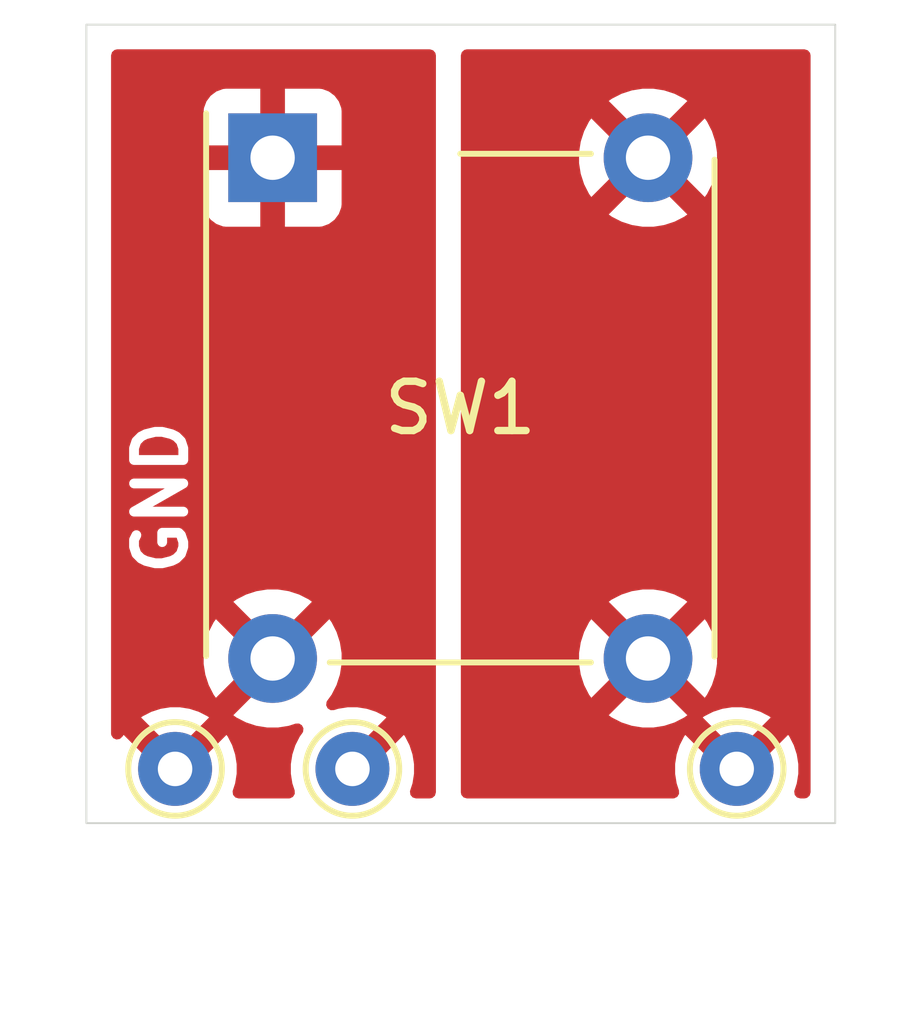
<source format=kicad_pcb>
(kicad_pcb (version 20241229) (generator "pcbnew") (generator_version "9.0")
  (layers (0 "F.Cu" signal) (4 "In1.Cu" signal) (6 "In2.Cu" signal) (2 "B.Cu" signal) (13 "F.Paste" user) (15 "B.Paste" user) (5 "F.SilkS" user "F.Silkscreen") (7 "B.SilkS" user "B.Silkscreen") (1 "F.Mask" user) (3 "B.Mask" user) (25 "Edge.Cuts" user))
  (net 0 "")
  (net 1 "GND")
  (net 2 "+5V")
  (footprint "TestPoint:TestPoint_THTPad_D1.5mm_Drill0.7mm" (layer "F.Cu") (at 114.2 106.6)
    (property "Reference" "TP1" (hide yes))
    (property "Value" "TestPoint")
    (fp_circle (center 0 0) (end 0 0.95) (stroke (width 0.12)) (fill no) (layer "F.SilkS"))
    (pad "1" thru_hole circle (at 0 0) (size 1.5 1.5) (drill 0.7) (layers "*.Cu" "*.Mask") (net 1 "GND"))
  )
  (footprint "Button_Switch_THT:SW_MEC_5GTH9" (layer "F.Cu") (at 116.18 94.2)
    (property "Reference" "SW1" (at 3.81 5.08 180) (layer "F.SilkS"))
    (property "Value" "SW_Push_Open")
    (fp_line (start -1.35 -0.9) (end -1.35 10.11) (stroke (width 0.12)) (layer "F.SilkS"))
    (fp_line (start 1.16 10.24) (end 6.46 10.24) (stroke (width 0.12)) (layer "F.SilkS"))
    (fp_line (start 6.46 -0.08) (end 3.81 -0.08) (stroke (width 0.12)) (layer "F.SilkS"))
    (fp_line (start 8.97 0.04) (end 8.97 10.12) (stroke (width 0.12)) (layer "F.SilkS"))
    (pad "1" thru_hole rect (at 0 0 90) (size 1.8 1.8) (drill 0.9) (layers "*.Cu" "*.Mask") (net 1 "GND"))
    (pad "1" thru_hole circle (at 0 10.16 90) (size 1.8 1.8) (drill 0.9) (layers "*.Cu" "*.Mask") (net 1 "GND"))
    (pad "2" thru_hole circle (at 7.62 0 90) (size 1.8 1.8) (drill 0.9) (layers "*.Cu" "*.Mask") (net 2 "+5V"))
    (pad "2" thru_hole circle (at 7.62 10.16 90) (size 1.8 1.8) (drill 0.9) (layers "*.Cu" "*.Mask") (net 2 "+5V"))
  )
  (footprint "TestPoint:TestPoint_THTPad_D1.5mm_Drill0.7mm" (layer "F.Cu") (at 117.8 106.6)
    (property "Reference" "TP2" (hide yes))
    (property "Value" "TestPoint")
    (fp_circle (center 0 0) (end 0 0.95) (stroke (width 0.12)) (fill no) (layer "F.SilkS"))
    (pad "1" thru_hole circle (at 0 0) (size 1.5 1.5) (drill 0.7) (layers "*.Cu" "*.Mask") (net 1 "GND"))
  )
  (footprint "TestPoint:TestPoint_THTPad_D1.5mm_Drill0.7mm" (layer "F.Cu") (at 125.6 106.6)
    (property "Reference" "TP3" (hide yes))
    (property "Value" "TestPoint")
    (fp_circle (center 0 0) (end 0 0.95) (stroke (width 0.12)) (fill no) (layer "F.SilkS"))
    (pad "1" thru_hole circle (at 0 0) (size 1.5 1.5) (drill 0.7) (layers "*.Cu" "*.Mask") (net 2 "+5V"))
  )
  (gr_rect (start 112.4 91.5) (end 127.6 107.7) (stroke (width 0.0381)) (fill no) (layer "Edge.Cuts"))
  (gr_text "GND" (at 114.5 102.75 90) (layer "F.Cu" knockout) (effects (font (size 1 1) (thickness 0.2) (bold yes)) (justify left bottom)))
  (zone (net 1) (net_name "GND") (layer "F.Cu") (connect_pads (clearance 0.5)) (min_thickness 0.25) (fill yes (thermal_gap 0.5) (thermal_bridge_width 0.5))
    (polygon (pts (xy 111 91) (xy 120 91) (xy 120 111.6) (xy 111 111.6)))
  )
  (zone (net 2) (net_name "+5V") (layer "F.Cu") (priority 1) (connect_pads (clearance 0.5)) (min_thickness 0.25) (fill yes (thermal_gap 0.5) (thermal_bridge_width 0.5))
    (polygon (pts (xy 120 91) (xy 128.2 91) (xy 128.2 111.8) (xy 120 111.6)))
  )
)
</source>
